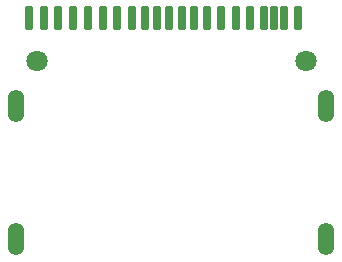
<source format=gbs>
%TF.GenerationSoftware,KiCad,Pcbnew,9.0.2*%
%TF.CreationDate,2025-06-23T10:18:23+08:00*%
%TF.ProjectId,SDEX2M2 MicroSD Express to SD Express Adapter,53444558-324d-4322-904d-6963726f5344,rev?*%
%TF.SameCoordinates,Original*%
%TF.FileFunction,Soldermask,Bot*%
%TF.FilePolarity,Negative*%
%FSLAX46Y46*%
G04 Gerber Fmt 4.6, Leading zero omitted, Abs format (unit mm)*
G04 Created by KiCad (PCBNEW 9.0.2) date 2025-06-23 10:18:23*
%MOMM*%
%LPD*%
G01*
G04 APERTURE LIST*
G04 Aperture macros list*
%AMRoundRect*
0 Rectangle with rounded corners*
0 $1 Rounding radius*
0 $2 $3 $4 $5 $6 $7 $8 $9 X,Y pos of 4 corners*
0 Add a 4 corners polygon primitive as box body*
4,1,4,$2,$3,$4,$5,$6,$7,$8,$9,$2,$3,0*
0 Add four circle primitives for the rounded corners*
1,1,$1+$1,$2,$3*
1,1,$1+$1,$4,$5*
1,1,$1+$1,$6,$7*
1,1,$1+$1,$8,$9*
0 Add four rect primitives between the rounded corners*
20,1,$1+$1,$2,$3,$4,$5,0*
20,1,$1+$1,$4,$5,$6,$7,0*
20,1,$1+$1,$6,$7,$8,$9,0*
20,1,$1+$1,$8,$9,$2,$3,0*%
G04 Aperture macros list end*
%ADD10C,1.800000*%
%ADD11RoundRect,0.102000X0.250000X0.900000X-0.250000X0.900000X-0.250000X-0.900000X0.250000X-0.900000X0*%
%ADD12O,1.362000X2.762000*%
G04 APERTURE END LIST*
D10*
%TO.C,J2*%
X152620000Y-134180000D03*
X129820000Y-134180000D03*
D11*
X129170000Y-130540000D03*
X130420000Y-130540000D03*
X131670000Y-130540000D03*
X132920000Y-130540000D03*
X134170000Y-130540000D03*
X135420000Y-130540000D03*
X136670000Y-130540000D03*
X137920000Y-130540000D03*
X138970000Y-130540000D03*
X140020000Y-130540000D03*
X141070000Y-130540000D03*
X142120000Y-130540000D03*
X143170000Y-130540000D03*
X144220000Y-130540000D03*
X145420000Y-130540000D03*
X146670000Y-130540000D03*
X147870000Y-130540000D03*
X149095000Y-130540000D03*
X149945000Y-130540000D03*
X150795000Y-130540000D03*
X151995000Y-130540000D03*
D12*
X154345000Y-137980000D03*
X128095000Y-137980000D03*
X154345000Y-149280000D03*
X128095000Y-149280000D03*
%TD*%
M02*

</source>
